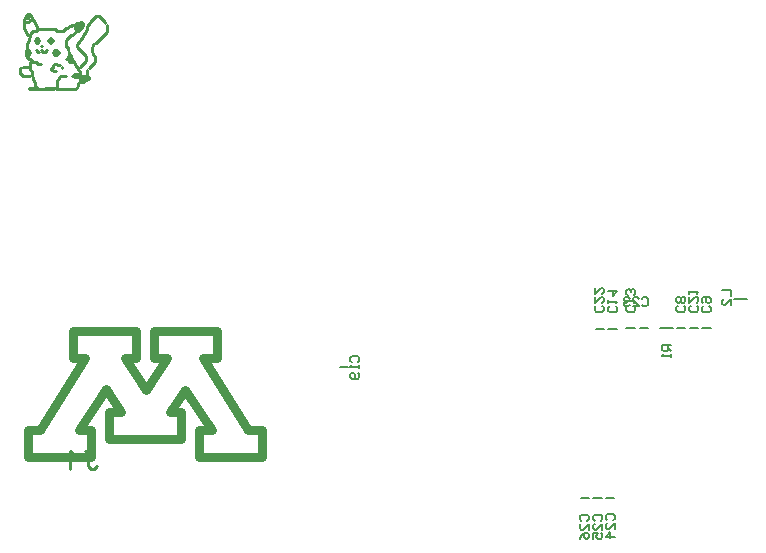
<source format=gbo>
%FSLAX25Y25*%
%MOIN*%
G70*
G01*
G75*
G04 Layer_Color=32896*
%ADD10R,0.03150X0.03150*%
%ADD11O,0.00984X0.05906*%
%ADD12O,0.05906X0.00984*%
%ADD13R,0.03543X0.02559*%
%ADD14R,0.01575X0.01378*%
%ADD15R,0.09449X0.06693*%
%ADD16R,0.04528X0.02756*%
%ADD17R,0.03150X0.02362*%
%ADD18R,0.03543X0.02362*%
%ADD19R,0.05000X0.10000*%
%ADD20C,0.04000*%
%ADD21R,0.02400X0.07400*%
%ADD22C,0.03000*%
%ADD23C,0.00800*%
%ADD24C,0.02000*%
%ADD25C,0.01500*%
%ADD26C,0.02500*%
%ADD27C,0.01000*%
%ADD28C,0.00700*%
%ADD29C,0.01200*%
%ADD30R,0.05700X0.15400*%
%ADD31R,0.07500X0.37100*%
%ADD32R,0.06900X0.17500*%
%ADD33R,0.31800X0.05600*%
%ADD34R,0.45600X0.06300*%
%ADD35R,0.08100X0.04200*%
%ADD36R,0.09200X0.14200*%
%ADD37R,0.09400X0.04200*%
%ADD38R,0.23100X0.07700*%
%ADD39R,0.14800X0.05700*%
%ADD40R,0.03600X0.14100*%
%ADD41R,0.02200X0.05400*%
%ADD42R,0.02158X0.06200*%
%ADD43R,0.22800X0.13900*%
%ADD44C,0.05906*%
%ADD45C,0.05512*%
%ADD46C,0.14173*%
%ADD47C,0.02500*%
%ADD48R,0.09449X0.02992*%
%ADD49R,0.38300X0.04600*%
%ADD50R,0.25500X0.07100*%
%ADD51R,0.15800X0.14200*%
%ADD52R,0.21700X0.05400*%
%ADD53R,0.25000X0.07200*%
%ADD54R,0.23800X0.05800*%
%ADD55R,0.25700X0.08500*%
%ADD56R,0.24900X0.08000*%
%ADD57C,0.02362*%
%ADD58C,0.00984*%
%ADD59C,0.00600*%
%ADD60C,0.00787*%
%ADD61R,0.03950X0.03950*%
%ADD62O,0.01784X0.06706*%
%ADD63O,0.06706X0.01784*%
%ADD64R,0.04343X0.03359*%
%ADD65R,0.02375X0.02178*%
%ADD66R,0.10249X0.07493*%
%ADD67R,0.05328X0.03556*%
%ADD68R,0.03950X0.03162*%
%ADD69R,0.04343X0.03162*%
%ADD70R,0.05800X0.10800*%
%ADD71C,0.04800*%
%ADD72R,0.02800X0.07800*%
%ADD73C,0.06706*%
%ADD74C,0.06312*%
%ADD75C,0.14973*%
%ADD76C,0.00800*%
%ADD77C,0.03300*%
%ADD78R,0.10249X0.03792*%
%ADD79R,0.01500X0.01500*%
D22*
X288841Y377600D02*
X303841Y353600D01*
X288841Y377600D02*
X293528D01*
Y386600D01*
X272528D02*
X293528D01*
X272528Y377600D02*
Y386600D01*
Y377600D02*
X276862D01*
X269862Y367100D02*
X276862Y377600D01*
X262862D02*
X269862Y367100D01*
X262862Y377600D02*
X266528D01*
Y386600D01*
X245528D02*
X266528D01*
X245528Y377600D02*
Y386600D01*
Y377600D02*
X249591D01*
X234591Y353600D02*
X249591Y377600D01*
X230528Y353600D02*
X234591D01*
X230528Y344600D02*
Y353600D01*
Y344600D02*
X251528D01*
Y353600D01*
X247362D02*
X251528D01*
X247362D02*
X256445Y367225D01*
X261528Y359600D01*
X257528Y350600D02*
Y359600D01*
X261528D01*
X257528Y350600D02*
X281528D01*
X281528Y359600D02*
X281528Y350600D01*
X277695Y359600D02*
X282695Y367100D01*
X277695Y359600D02*
X281528D01*
X282695Y367100D02*
X291695Y353600D01*
X287528D02*
X291695D01*
X287528Y344600D02*
Y353600D01*
Y344600D02*
X308528D01*
Y353600D01*
X303841Y353600D02*
X308528Y353600D01*
D27*
X230705Y467232D02*
X233206D01*
X230705D02*
Y467732D01*
X233206D01*
X232206Y470231D02*
X232705Y469732D01*
Y469232D02*
Y469732D01*
Y468231D02*
Y469232D01*
Y468231D02*
X233705Y467232D01*
X235705D01*
X236206Y467732D02*
X239705D01*
X236206Y467232D02*
Y467732D01*
Y467232D02*
X239206D01*
X243205Y477232D02*
X244205D01*
X243706Y477732D02*
Y478231D01*
Y477732D02*
X244205Y477232D01*
Y476231D02*
Y477232D01*
Y476231D02*
X245706D01*
X245205Y471732D02*
X245706D01*
X246205Y471232D01*
X247205D01*
X245706D02*
X247205D01*
X245706D02*
Y472231D01*
X247205D01*
X249205Y470731D02*
X250706D01*
X248706Y470231D02*
X249205Y470731D01*
X248706Y470231D02*
Y470731D01*
Y471232D01*
X249205Y470731D01*
X249706Y471232D01*
Y471732D01*
X248205D02*
X249706D01*
X247706Y474731D02*
X249706Y476731D01*
Y478231D01*
X246706Y481231D02*
X249706Y478231D01*
X246706Y481231D02*
Y482232D01*
X247706Y483231D01*
Y483732D01*
X248706Y484731D01*
Y485231D01*
X249706Y486232D01*
Y486731D01*
X250205Y487231D01*
Y488232D01*
X251205Y489231D01*
Y489732D01*
X253205Y491732D01*
X254205D01*
X256206Y489732D01*
Y489231D02*
Y489732D01*
X256705Y486232D02*
Y488731D01*
X253205Y482731D02*
X256705Y486232D01*
X252706Y482731D02*
X253205D01*
X252205Y481732D02*
Y482232D01*
X251706Y479732D02*
Y481231D01*
X252205Y478731D02*
Y479232D01*
X252706Y476231D02*
Y478231D01*
X250706Y474231D02*
X252706Y476231D01*
X250205Y471732D02*
Y473732D01*
X250706Y470731D02*
Y471232D01*
X249205Y470231D02*
X250205D01*
X248205Y469732D02*
X249205D01*
X230705Y489732D02*
X231206Y490232D01*
X229706Y489732D02*
X230705D01*
X234705Y481732D02*
X235206D01*
X236206Y479732D02*
X236705Y480232D01*
X235206Y479732D02*
X236206D01*
X233705D02*
X234206D01*
X234705Y480232D02*
X235206D01*
X229706Y478731D02*
X230705D01*
X229706Y479232D02*
X231206D01*
X229706Y479732D02*
X231206D01*
X230205Y480232D02*
X230705D01*
X233705Y487231D02*
X239705D01*
X233206Y486731D02*
X233705Y487231D01*
X232206Y486731D02*
X233206D01*
X231206Y485732D02*
X232206Y486731D01*
X231206Y484731D02*
Y485732D01*
X230705Y484232D02*
X231206Y484731D01*
X230705Y483231D02*
Y484232D01*
X230205Y482731D02*
X230705Y483231D01*
X230205Y480731D02*
Y482731D01*
X229706Y480232D02*
X230205Y480731D01*
X229706Y478231D02*
Y480232D01*
Y478231D02*
X230705Y477232D01*
X231206D01*
X232206Y476231D01*
X233206D01*
X233705Y475732D01*
X234705D01*
X231206Y473732D02*
Y476231D01*
X231705Y471732D02*
Y473232D01*
X232206Y470231D02*
Y471232D01*
X228706Y474731D02*
X230705D01*
X227706Y474231D02*
X228205D01*
X227706Y472231D02*
Y474231D01*
Y472231D02*
X228205D01*
X228706Y471732D01*
X231206D01*
X239705Y486731D02*
X242206D01*
X243205Y487732D01*
X243706D01*
X244205Y488232D01*
X245205Y488731D02*
X246205D01*
X246706Y489231D01*
X247706D01*
X248205Y489732D02*
X248706Y489231D01*
Y488232D02*
Y489231D01*
X245205Y485231D02*
X246706Y486731D01*
X244706Y485231D02*
X245205D01*
X243706Y484232D02*
X244706Y485231D01*
X243205Y483732D02*
X243706Y484232D01*
X243205Y482232D02*
Y483732D01*
X247706Y489231D02*
X248205Y489732D01*
X244706Y488232D02*
X245205Y488731D01*
X244205Y488232D02*
X244706D01*
X246706Y486731D02*
X247205D01*
X243205Y481231D02*
Y482232D01*
X243706Y480232D02*
Y481231D01*
X244205Y478731D02*
Y479732D01*
X244706Y477732D02*
Y478731D01*
X245205Y476731D02*
Y477732D01*
X245706Y476231D02*
Y476731D01*
Y476231D02*
X246205Y475732D01*
Y475232D02*
Y475732D01*
Y475232D02*
X247205Y474231D01*
Y473732D02*
Y474231D01*
X233206Y488232D02*
X233705Y487732D01*
X233206Y488232D02*
Y488731D01*
X232705Y489231D02*
X233206Y488731D01*
X232705Y489231D02*
Y489732D01*
X231705Y490731D02*
X232705Y489732D01*
X231705Y490731D02*
Y491231D01*
X230705Y492232D02*
X231705Y491231D01*
X230205Y492232D02*
X230705D01*
X229706Y491732D02*
X230205Y492232D01*
X229706Y491231D02*
Y491732D01*
X229205Y490731D02*
X229706Y491231D01*
X229205Y489231D02*
Y490731D01*
Y487231D02*
Y489231D01*
Y487231D02*
X229706Y486731D01*
Y486232D02*
Y486731D01*
Y486232D02*
X230205Y485732D01*
Y485231D02*
Y485732D01*
Y485231D02*
X230705D01*
X231206Y484731D01*
X239206Y480232D02*
X240206D01*
X238705Y479732D02*
X240705D01*
X238705Y479232D02*
X240705D01*
X239206Y478731D02*
X240206D01*
X246205Y487231D02*
Y488232D01*
Y487231D02*
X246706Y487732D01*
X247205D01*
X246706Y488232D02*
X247205Y487732D01*
X246706Y488232D02*
X247205D01*
X247706Y488731D01*
X248205D01*
X247706Y487732D02*
Y488232D01*
X237705Y484232D02*
X238206D01*
X237206Y483732D02*
X238705D01*
X237206Y483231D02*
X238705D01*
X237705Y482731D02*
X238206D01*
X233206Y484232D02*
X233705D01*
X232705Y483732D02*
X234206D01*
Y483231D02*
Y483732D01*
X232705Y483231D02*
X234206D01*
X233206Y482731D02*
X233705D01*
X233206Y480232D02*
X233705Y479732D01*
X247706Y469732D02*
Y473232D01*
X247205Y468231D02*
Y469232D01*
X246205Y467232D02*
X246706Y467732D01*
X239705Y467232D02*
X246205D01*
X240206Y467732D02*
Y470231D01*
X240705Y470731D02*
Y471232D01*
X241206Y471732D02*
X243205D01*
X240206Y475232D02*
X241206D01*
X239206Y475732D02*
X240206D01*
X238705Y474231D02*
Y475232D01*
X238206Y473732D02*
Y474231D01*
X238705Y473232D02*
X239705D01*
X241705Y474231D02*
Y474731D01*
Y474231D02*
Y474731D01*
X238705Y473232D02*
X239705D01*
X238206Y473732D02*
Y474231D01*
X238705D02*
Y475232D01*
X239206Y475732D02*
X240206D01*
Y475232D02*
X241206D01*
Y471732D02*
X243205D01*
X240705Y470731D02*
Y471232D01*
X240206Y467732D02*
Y470231D01*
X239705Y467232D02*
X246205D01*
X246706Y467732D01*
X247205Y468231D02*
Y469232D01*
X247706Y469732D02*
Y473232D01*
X233206Y480232D02*
X233705Y479732D01*
X233206Y482731D02*
X233705D01*
X232705Y483231D02*
X234206D01*
Y483732D01*
X232705D02*
X234206D01*
X233206Y484232D02*
X233705D01*
X237705Y482731D02*
X238206D01*
X237206Y483231D02*
X238705D01*
X237206Y483732D02*
X238705D01*
X237705Y484232D02*
X238206D01*
X247706Y487732D02*
Y488232D01*
Y488731D02*
X248205D01*
X247205Y488232D02*
X247706Y488731D01*
X246706Y488232D02*
X247205D01*
X246706D02*
X247205Y487732D01*
X246706D02*
X247205D01*
X246205Y487231D02*
X246706Y487732D01*
X246205Y487231D02*
Y488232D01*
X239206Y478731D02*
X240206D01*
X238705Y479232D02*
X240705D01*
X238705Y479732D02*
X240705D01*
X239206Y480232D02*
X240206D01*
X230705Y485231D02*
X231206Y484731D01*
X230205Y485231D02*
X230705D01*
X230205D02*
Y485732D01*
X229706Y486232D02*
X230205Y485732D01*
X229706Y486232D02*
Y486731D01*
X229205Y487231D02*
X229706Y486731D01*
X229205Y487231D02*
Y489231D01*
Y490731D01*
X229706Y491231D01*
Y491732D01*
X230205Y492232D01*
X230705D01*
X231705Y491231D01*
Y490731D02*
Y491231D01*
Y490731D02*
X232705Y489732D01*
Y489231D02*
Y489732D01*
Y489231D02*
X233206Y488731D01*
Y488232D02*
Y488731D01*
Y488232D02*
X233705Y487732D01*
X247205Y473732D02*
Y474231D01*
X246205Y475232D02*
X247205Y474231D01*
X246205Y475232D02*
Y475732D01*
X245706Y476231D02*
X246205Y475732D01*
X245706Y476231D02*
Y476731D01*
X245205D02*
Y477732D01*
X244706D02*
Y478731D01*
X244205D02*
Y479732D01*
X243706Y480232D02*
Y481231D01*
X243205D02*
Y482232D01*
X246706Y486731D02*
X247205D01*
X244205Y488232D02*
X244706D01*
X245205Y488731D01*
X247706Y489231D02*
X248205Y489732D01*
X243205Y482232D02*
Y483732D01*
X243706Y484232D01*
X244706Y485231D01*
X245205D01*
X246706Y486731D01*
X247205D02*
X248706Y488232D01*
Y489231D01*
X248205Y489732D02*
X248706Y489231D01*
X246706D02*
X247706D01*
X246205Y488731D02*
X246706Y489231D01*
X245205Y488731D02*
X246205D01*
X243706Y487732D02*
X244205Y488232D01*
X243205Y487732D02*
X243706D01*
X242206Y486731D02*
X243205Y487732D01*
X239705Y486731D02*
X242206D01*
X228706Y471732D02*
X231206D01*
X228205Y472231D02*
X228706Y471732D01*
X227706Y472231D02*
X228205D01*
X227706D02*
Y474231D01*
X228205D01*
X228706Y474731D02*
X230705D01*
X232206Y470231D02*
Y471232D01*
X231705Y471732D02*
Y473232D01*
X231206Y473732D02*
Y476231D01*
X233705Y475732D02*
X234705D01*
X233206Y476231D02*
X233705Y475732D01*
X232206Y476231D02*
X233206D01*
X231206Y477232D02*
X232206Y476231D01*
X230705Y477232D02*
X231206D01*
X229706Y478231D02*
X230705Y477232D01*
X229706Y478231D02*
Y480232D01*
X230205Y480731D01*
Y482731D01*
X230705Y483231D01*
Y484232D01*
X231206Y484731D01*
Y485732D01*
X232206Y486731D01*
X233206D01*
X233705Y487231D01*
X239705D01*
X230205Y480232D02*
X230705D01*
X229706Y479732D02*
X231206D01*
X229706Y479232D02*
X231206D01*
X229706Y478731D02*
X230705D01*
X234705Y480232D02*
X235206D01*
X233705Y479732D02*
X234206D01*
X235206D02*
X236206D01*
X236705Y480232D01*
X234705Y481732D02*
X235206D01*
X229706Y489732D02*
X230705D01*
X231206Y490232D01*
X248205Y469732D02*
X249205D01*
Y470231D02*
X250205D01*
X250706Y470731D02*
Y471232D01*
X250205Y471732D02*
Y473732D01*
X250706Y474231D02*
X252706Y476231D01*
Y478231D01*
X252205Y478731D02*
Y479232D01*
X251706Y479732D02*
Y481231D01*
X252205Y481732D02*
Y482232D01*
X252706Y482731D02*
X253205D01*
X256705Y486232D01*
Y488731D01*
X256206Y489231D02*
Y489732D01*
X254205Y491732D02*
X256206Y489732D01*
X253205Y491732D02*
X254205D01*
X251205Y489732D02*
X253205Y491732D01*
X251205Y489231D02*
Y489732D01*
X250205Y488232D02*
X251205Y489231D01*
X250205Y487231D02*
Y488232D01*
X249706Y486731D02*
X250205Y487231D01*
X249706Y486232D02*
Y486731D01*
X248706Y485231D02*
X249706Y486232D01*
X248706Y484731D02*
Y485231D01*
X247706Y483732D02*
X248706Y484731D01*
X247706Y483231D02*
Y483732D01*
X246706Y482232D02*
X247706Y483231D01*
X246706Y481231D02*
Y482232D01*
Y481231D02*
X249706Y478231D01*
Y476731D02*
Y478231D01*
X247706Y474731D02*
X249706Y476731D01*
X248205Y471732D02*
X249706D01*
Y471232D02*
Y471732D01*
X249205Y470731D02*
X249706Y471232D01*
X248706D02*
X249205Y470731D01*
X248706D02*
Y471232D01*
Y470231D02*
Y470731D01*
Y470231D02*
X249205Y470731D01*
X250706D01*
X245706Y472231D02*
X247205D01*
X245706Y471232D02*
Y472231D01*
Y471232D02*
X247205D01*
X246205D02*
X247205D01*
X245706Y471732D02*
X246205Y471232D01*
X245205Y471732D02*
X245706D01*
X244205Y476231D02*
X245706D01*
X244205D02*
Y477232D01*
X243706Y477732D02*
X244205Y477232D01*
X243706Y477732D02*
Y478231D01*
X243205Y477232D02*
X244205D01*
X236206Y467232D02*
X239206D01*
X236206D02*
Y467732D01*
X239705D01*
X233705Y467232D02*
X235705D01*
X232705Y468231D02*
X233705Y467232D01*
X232705Y468231D02*
Y469232D01*
Y469732D01*
X232206Y470231D02*
X232705Y469732D01*
X230705Y467732D02*
X233206D01*
X230705Y467232D02*
Y467732D01*
Y467232D02*
X233206D01*
X247205Y486731D02*
X248706Y488232D01*
X249501Y346698D02*
X251501D01*
X250501D01*
Y341700D01*
X251501Y340700D01*
X252500D01*
X253500Y341700D01*
X244503Y340700D02*
Y346698D01*
X247502Y343699D01*
X243503D01*
D59*
X334322Y374700D02*
X337078D01*
X451022Y387600D02*
X453778D01*
X465735Y397400D02*
X470065D01*
X446722Y387500D02*
X449478D01*
X441235D02*
X445565D01*
X429922D02*
X432678D01*
X423922Y387400D02*
X426678D01*
X434322Y387500D02*
X437078D01*
X419722Y387400D02*
X422478D01*
X455222Y387600D02*
X457978D01*
X414722Y331000D02*
X417478D01*
X418922D02*
X421678D01*
X423122D02*
X425878D01*
X444900Y381800D02*
X441901D01*
Y380300D01*
X442401Y379801D01*
X443400D01*
X443900Y380300D01*
Y381800D01*
Y380800D02*
X444900Y379801D01*
Y378801D02*
Y377801D01*
Y378301D01*
X441901D01*
X442401Y378801D01*
X461801Y400200D02*
X464800D01*
Y398201D01*
Y395202D02*
Y397201D01*
X462801Y395202D01*
X462301D01*
X461801Y395702D01*
Y396701D01*
X462301Y397201D01*
X426299Y394899D02*
X426799Y394399D01*
Y393400D01*
X426299Y392900D01*
X424300D01*
X423800Y393400D01*
Y394399D01*
X424300Y394899D01*
X423800Y395899D02*
Y396899D01*
Y396399D01*
X426799D01*
X426299Y395899D01*
X423800Y399898D02*
X426799D01*
X425300Y398398D01*
Y400398D01*
X432299Y394999D02*
X432799Y394499D01*
Y393500D01*
X432299Y393000D01*
X430300D01*
X429800Y393500D01*
Y394499D01*
X430300Y394999D01*
X429800Y395999D02*
Y396999D01*
Y396499D01*
X432799D01*
X432299Y395999D01*
Y398498D02*
X432799Y398998D01*
Y399998D01*
X432299Y400498D01*
X431799D01*
X431299Y399998D01*
Y399498D01*
Y399998D01*
X430800Y400498D01*
X430300D01*
X429800Y399998D01*
Y398998D01*
X430300Y398498D01*
X457599Y394843D02*
X458099Y394344D01*
Y393344D01*
X457599Y392844D01*
X455600D01*
X455100Y393344D01*
Y394344D01*
X455600Y394843D01*
Y395843D02*
X455100Y396343D01*
Y397343D01*
X455600Y397843D01*
X457599D01*
X458099Y397343D01*
Y396343D01*
X457599Y395843D01*
X457099D01*
X456600Y396343D01*
Y397843D01*
X449099Y394999D02*
X449599Y394499D01*
Y393500D01*
X449099Y393000D01*
X447100D01*
X446600Y393500D01*
Y394499D01*
X447100Y394999D01*
X449099Y395999D02*
X449599Y396499D01*
Y397498D01*
X449099Y397998D01*
X448599D01*
X448100Y397498D01*
X447600Y397998D01*
X447100D01*
X446600Y397498D01*
Y396499D01*
X447100Y395999D01*
X447600D01*
X448100Y396499D01*
X448599Y395999D01*
X449099D01*
X448100Y396499D02*
Y397498D01*
X338301Y376201D02*
X337801Y376700D01*
Y377700D01*
X338301Y378200D01*
X340300D01*
X340800Y377700D01*
Y376700D01*
X340300Y376201D01*
X340800Y375201D02*
Y374201D01*
Y374701D01*
X337801D01*
X338301Y375201D01*
X340300Y372702D02*
X340800Y372202D01*
Y371202D01*
X340300Y370702D01*
X338301D01*
X337801Y371202D01*
Y372202D01*
X338301Y372702D01*
X338801D01*
X339300Y372202D01*
Y370702D01*
X453299Y394999D02*
X453799Y394499D01*
Y393500D01*
X453299Y393000D01*
X451300D01*
X450800Y393500D01*
Y394499D01*
X451300Y394999D01*
X450800Y397998D02*
Y395999D01*
X452799Y397998D01*
X453299D01*
X453799Y397498D01*
Y396499D01*
X453299Y395999D01*
X450800Y398998D02*
Y399998D01*
Y399498D01*
X453799D01*
X453299Y398998D01*
X421899Y394999D02*
X422399Y394499D01*
Y393500D01*
X421899Y393000D01*
X419900D01*
X419400Y393500D01*
Y394499D01*
X419900Y394999D01*
X419400Y397998D02*
Y395999D01*
X421399Y397998D01*
X421899D01*
X422399Y397498D01*
Y396499D01*
X421899Y395999D01*
X419400Y400997D02*
Y398998D01*
X421399Y400997D01*
X421899D01*
X422399Y400498D01*
Y399498D01*
X421899Y398998D01*
X435101Y397299D02*
X435601Y397799D01*
X436600D01*
X437100Y397299D01*
Y395300D01*
X436600Y394800D01*
X435601D01*
X435101Y395300D01*
X432102Y394800D02*
X434101D01*
X432102Y396799D01*
Y397299D01*
X432601Y397799D01*
X433601D01*
X434101Y397299D01*
X431102D02*
X430602Y397799D01*
X429602D01*
X429103Y397299D01*
Y396799D01*
X429602Y396300D01*
X430102D01*
X429602D01*
X429103Y395800D01*
Y395300D01*
X429602Y394800D01*
X430602D01*
X431102Y395300D01*
X423501Y323501D02*
X423001Y324001D01*
Y325000D01*
X423501Y325500D01*
X425500D01*
X426000Y325000D01*
Y324001D01*
X425500Y323501D01*
X426000Y320502D02*
Y322501D01*
X424001Y320502D01*
X423501D01*
X423001Y321002D01*
Y322001D01*
X423501Y322501D01*
X426000Y318002D02*
X423001D01*
X424501Y319502D01*
Y317503D01*
X419401Y323401D02*
X418901Y323901D01*
Y324900D01*
X419401Y325400D01*
X421400D01*
X421900Y324900D01*
Y323901D01*
X421400Y323401D01*
X421900Y320402D02*
Y322401D01*
X419901Y320402D01*
X419401D01*
X418901Y320901D01*
Y321901D01*
X419401Y322401D01*
X418901Y317403D02*
Y319402D01*
X420400D01*
X419901Y318402D01*
Y317902D01*
X420400Y317403D01*
X421400D01*
X421900Y317902D01*
Y318902D01*
X421400Y319402D01*
X414901Y323301D02*
X414401Y323800D01*
Y324800D01*
X414901Y325300D01*
X416900D01*
X417400Y324800D01*
Y323800D01*
X416900Y323301D01*
X417400Y320302D02*
Y322301D01*
X415401Y320302D01*
X414901D01*
X414401Y320801D01*
Y321801D01*
X414901Y322301D01*
X414401Y317303D02*
X414901Y318302D01*
X415901Y319302D01*
X416900D01*
X417400Y318802D01*
Y317802D01*
X416900Y317303D01*
X416400D01*
X415901Y317802D01*
Y319302D01*
D79*
X230456Y490981D02*
D03*
D03*
M02*

</source>
